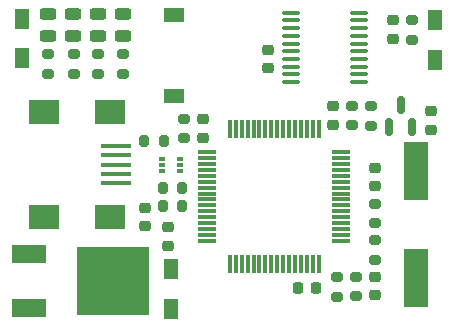
<source format=gbr>
%TF.GenerationSoftware,KiCad,Pcbnew,(6.0.7)*%
%TF.CreationDate,2022-09-02T14:05:42+02:00*%
%TF.ProjectId,blackmagic,626c6163-6b6d-4616-9769-632e6b696361,rev?*%
%TF.SameCoordinates,Original*%
%TF.FileFunction,Paste,Top*%
%TF.FilePolarity,Positive*%
%FSLAX46Y46*%
G04 Gerber Fmt 4.6, Leading zero omitted, Abs format (unit mm)*
G04 Created by KiCad (PCBNEW (6.0.7)) date 2022-09-02 14:05:42*
%MOMM*%
%LPD*%
G01*
G04 APERTURE LIST*
G04 Aperture macros list*
%AMRoundRect*
0 Rectangle with rounded corners*
0 $1 Rounding radius*
0 $2 $3 $4 $5 $6 $7 $8 $9 X,Y pos of 4 corners*
0 Add a 4 corners polygon primitive as box body*
4,1,4,$2,$3,$4,$5,$6,$7,$8,$9,$2,$3,0*
0 Add four circle primitives for the rounded corners*
1,1,$1+$1,$2,$3*
1,1,$1+$1,$4,$5*
1,1,$1+$1,$6,$7*
1,1,$1+$1,$8,$9*
0 Add four rect primitives between the rounded corners*
20,1,$1+$1,$2,$3,$4,$5,0*
20,1,$1+$1,$4,$5,$6,$7,0*
20,1,$1+$1,$6,$7,$8,$9,0*
20,1,$1+$1,$8,$9,$2,$3,0*%
G04 Aperture macros list end*
%ADD10R,1.800000X1.250000*%
%ADD11R,2.000000X5.000000*%
%ADD12RoundRect,0.075000X0.700000X0.075000X-0.700000X0.075000X-0.700000X-0.075000X0.700000X-0.075000X0*%
%ADD13RoundRect,0.075000X0.075000X0.700000X-0.075000X0.700000X-0.075000X-0.700000X0.075000X-0.700000X0*%
%ADD14R,3.000000X1.600000*%
%ADD15R,6.200000X5.800000*%
%ADD16R,0.508000X0.300000*%
%ADD17RoundRect,0.100000X0.637500X0.100000X-0.637500X0.100000X-0.637500X-0.100000X0.637500X-0.100000X0*%
%ADD18RoundRect,0.200000X0.275000X-0.200000X0.275000X0.200000X-0.275000X0.200000X-0.275000X-0.200000X0*%
%ADD19RoundRect,0.200000X-0.275000X0.200000X-0.275000X-0.200000X0.275000X-0.200000X0.275000X0.200000X0*%
%ADD20RoundRect,0.200000X-0.200000X-0.275000X0.200000X-0.275000X0.200000X0.275000X-0.200000X0.275000X0*%
%ADD21RoundRect,0.150000X0.150000X-0.587500X0.150000X0.587500X-0.150000X0.587500X-0.150000X-0.587500X0*%
%ADD22R,2.600000X0.450000*%
%ADD23R,2.500000X2.000000*%
%ADD24RoundRect,0.243750X0.456250X-0.243750X0.456250X0.243750X-0.456250X0.243750X-0.456250X-0.243750X0*%
%ADD25RoundRect,0.225000X0.250000X-0.225000X0.250000X0.225000X-0.250000X0.225000X-0.250000X-0.225000X0*%
%ADD26RoundRect,0.225000X-0.250000X0.225000X-0.250000X-0.225000X0.250000X-0.225000X0.250000X0.225000X0*%
%ADD27RoundRect,0.225000X0.225000X0.250000X-0.225000X0.250000X-0.225000X-0.250000X0.225000X-0.250000X0*%
%ADD28R,1.296000X1.758000*%
G04 APERTURE END LIST*
D10*
%TO.C,S1*%
X34025000Y-27725000D03*
X34025000Y-20875000D03*
%TD*%
D11*
%TO.C,X1*%
X54500000Y-34135000D03*
X54500000Y-43135000D03*
%TD*%
D12*
%TO.C,U4*%
X48175000Y-40000000D03*
X48175000Y-39500000D03*
X48175000Y-39000000D03*
X48175000Y-38500000D03*
X48175000Y-38000000D03*
X48175000Y-37500000D03*
X48175000Y-37000000D03*
X48175000Y-36500000D03*
X48175000Y-36000000D03*
X48175000Y-35500000D03*
X48175000Y-35000000D03*
X48175000Y-34500000D03*
X48175000Y-34000000D03*
X48175000Y-33500000D03*
X48175000Y-33000000D03*
X48175000Y-32500000D03*
D13*
X46250000Y-30575000D03*
X45750000Y-30575000D03*
X45250000Y-30575000D03*
X44750000Y-30575000D03*
X44250000Y-30575000D03*
X43750000Y-30575000D03*
X43250000Y-30575000D03*
X42750000Y-30575000D03*
X42250000Y-30575000D03*
X41750000Y-30575000D03*
X41250000Y-30575000D03*
X40750000Y-30575000D03*
X40250000Y-30575000D03*
X39750000Y-30575000D03*
X39250000Y-30575000D03*
X38750000Y-30575000D03*
D12*
X36825000Y-32500000D03*
X36825000Y-33000000D03*
X36825000Y-33500000D03*
X36825000Y-34000000D03*
X36825000Y-34500000D03*
X36825000Y-35000000D03*
X36825000Y-35500000D03*
X36825000Y-36000000D03*
X36825000Y-36500000D03*
X36825000Y-37000000D03*
X36825000Y-37500000D03*
X36825000Y-38000000D03*
X36825000Y-38500000D03*
X36825000Y-39000000D03*
X36825000Y-39500000D03*
X36825000Y-40000000D03*
D13*
X38750000Y-41925000D03*
X39250000Y-41925000D03*
X39750000Y-41925000D03*
X40250000Y-41925000D03*
X40750000Y-41925000D03*
X41250000Y-41925000D03*
X41750000Y-41925000D03*
X42250000Y-41925000D03*
X42750000Y-41925000D03*
X43250000Y-41925000D03*
X43750000Y-41925000D03*
X44250000Y-41925000D03*
X44750000Y-41925000D03*
X45250000Y-41925000D03*
X45750000Y-41925000D03*
X46250000Y-41925000D03*
%TD*%
D14*
%TO.C,U3*%
X21695000Y-41090000D03*
X21695000Y-45660000D03*
D15*
X28875000Y-43375000D03*
%TD*%
D16*
%TO.C,U2*%
X33025000Y-33075000D03*
X33025000Y-33575000D03*
X33025000Y-34075000D03*
X34525000Y-34075000D03*
X34525000Y-33575000D03*
X34525000Y-33075000D03*
%TD*%
D17*
%TO.C,U1*%
X49637500Y-26550000D03*
X49637500Y-25900000D03*
X49637500Y-25250000D03*
X49637500Y-24600000D03*
X49637500Y-23950000D03*
X49637500Y-23300000D03*
X49637500Y-22650000D03*
X49637500Y-22000000D03*
X49637500Y-21350000D03*
X49637500Y-20700000D03*
X43912500Y-20700000D03*
X43912500Y-21350000D03*
X43912500Y-22000000D03*
X43912500Y-22650000D03*
X43912500Y-23300000D03*
X43912500Y-23950000D03*
X43912500Y-24600000D03*
X43912500Y-25250000D03*
X43912500Y-25900000D03*
X43912500Y-26550000D03*
%TD*%
D18*
%TO.C,R15*%
X50650000Y-30275000D03*
X50650000Y-28625000D03*
%TD*%
%TO.C,R14*%
X34900000Y-31300000D03*
X34900000Y-29650000D03*
%TD*%
%TO.C,R13*%
X47800000Y-44750000D03*
X47800000Y-43100000D03*
%TD*%
%TO.C,R12*%
X49450000Y-43050000D03*
X49450000Y-44700000D03*
%TD*%
%TO.C,R11*%
X29695000Y-25845000D03*
X29695000Y-24195000D03*
%TD*%
%TO.C,R10*%
X27595000Y-25870000D03*
X27595000Y-24220000D03*
%TD*%
%TO.C,R9*%
X25520000Y-25870000D03*
X25520000Y-24220000D03*
%TD*%
%TO.C,R8*%
X23345000Y-25870000D03*
X23345000Y-24220000D03*
%TD*%
D19*
%TO.C,R7*%
X51050000Y-36875000D03*
X51050000Y-38525000D03*
%TD*%
%TO.C,R6*%
X51050000Y-39975000D03*
X51050000Y-41625000D03*
%TD*%
%TO.C,R5*%
X49050000Y-28575000D03*
X49050000Y-30225000D03*
%TD*%
D20*
%TO.C,R4*%
X34725000Y-37050000D03*
X33075000Y-37050000D03*
%TD*%
%TO.C,R3*%
X33075000Y-35525000D03*
X34725000Y-35525000D03*
%TD*%
%TO.C,R2*%
X31500000Y-31575000D03*
X33150000Y-31575000D03*
%TD*%
D19*
%TO.C,R1*%
X54175000Y-21325000D03*
X54175000Y-22975000D03*
%TD*%
D21*
%TO.C,Q1*%
X52250000Y-30387500D03*
X54150000Y-30387500D03*
X53200000Y-28512500D03*
%TD*%
D22*
%TO.C,J2*%
X29075000Y-31950000D03*
X29075000Y-32750000D03*
X29075000Y-33550000D03*
X29075000Y-34350000D03*
X29075000Y-35150000D03*
D23*
X28567000Y-29105000D03*
X22979000Y-29105000D03*
X28567000Y-37995000D03*
X22979000Y-37995000D03*
%TD*%
D24*
%TO.C,D4*%
X29695000Y-22682500D03*
X29695000Y-20807500D03*
%TD*%
%TO.C,D3*%
X27595000Y-22682500D03*
X27595000Y-20807500D03*
%TD*%
%TO.C,D2*%
X25470000Y-22682500D03*
X25470000Y-20807500D03*
%TD*%
%TO.C,D1*%
X23345000Y-22682500D03*
X23345000Y-20807500D03*
%TD*%
D25*
%TO.C,C13*%
X41975000Y-25400000D03*
X41975000Y-23850000D03*
%TD*%
%TO.C,C12*%
X33475000Y-40425000D03*
X33475000Y-38875000D03*
%TD*%
%TO.C,C11*%
X47475000Y-30175000D03*
X47475000Y-28625000D03*
%TD*%
D26*
%TO.C,C10*%
X51050000Y-33850000D03*
X51050000Y-35400000D03*
%TD*%
D27*
%TO.C,C9*%
X46075000Y-44000000D03*
X44525000Y-44000000D03*
%TD*%
D25*
%TO.C,C8*%
X36450000Y-31275000D03*
X36450000Y-29725000D03*
%TD*%
%TO.C,C7*%
X31575000Y-38775000D03*
X31575000Y-37225000D03*
%TD*%
D28*
%TO.C,C6*%
X33750000Y-42388500D03*
X33750000Y-45761500D03*
%TD*%
%TO.C,C5*%
X21125000Y-24561500D03*
X21125000Y-21188500D03*
%TD*%
D26*
%TO.C,C4*%
X51025000Y-43075000D03*
X51025000Y-44625000D03*
%TD*%
D25*
%TO.C,C3*%
X55800000Y-30600000D03*
X55800000Y-29050000D03*
%TD*%
D26*
%TO.C,C2*%
X52525000Y-21350000D03*
X52525000Y-22900000D03*
%TD*%
D28*
%TO.C,C1*%
X56125000Y-21288500D03*
X56125000Y-24661500D03*
%TD*%
M02*

</source>
